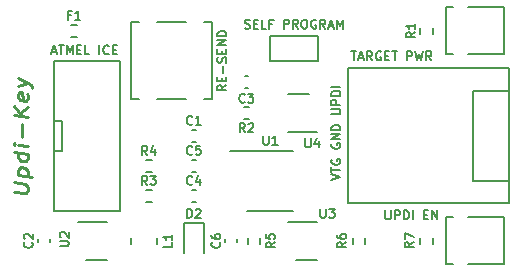
<source format=gbr>
G04 #@! TF.GenerationSoftware,KiCad,Pcbnew,(5.1.10)-1*
G04 #@! TF.CreationDate,2021-12-17T12:19:08+00:00*
G04 #@! TF.ProjectId,Updifier,55706469-6669-4657-922e-6b696361645f,rev?*
G04 #@! TF.SameCoordinates,Original*
G04 #@! TF.FileFunction,Legend,Top*
G04 #@! TF.FilePolarity,Positive*
%FSLAX46Y46*%
G04 Gerber Fmt 4.6, Leading zero omitted, Abs format (unit mm)*
G04 Created by KiCad (PCBNEW (5.1.10)-1) date 2021-12-17 12:19:08*
%MOMM*%
%LPD*%
G01*
G04 APERTURE LIST*
%ADD10C,0.152400*%
%ADD11C,0.228600*%
%ADD12C,0.180000*%
G04 APERTURE END LIST*
D10*
X166877142Y-50568428D02*
X166986000Y-50604714D01*
X167167428Y-50604714D01*
X167240000Y-50568428D01*
X167276285Y-50532142D01*
X167312571Y-50459571D01*
X167312571Y-50387000D01*
X167276285Y-50314428D01*
X167240000Y-50278142D01*
X167167428Y-50241857D01*
X167022285Y-50205571D01*
X166949714Y-50169285D01*
X166913428Y-50133000D01*
X166877142Y-50060428D01*
X166877142Y-49987857D01*
X166913428Y-49915285D01*
X166949714Y-49879000D01*
X167022285Y-49842714D01*
X167203714Y-49842714D01*
X167312571Y-49879000D01*
X167639142Y-50205571D02*
X167893142Y-50205571D01*
X168002000Y-50604714D02*
X167639142Y-50604714D01*
X167639142Y-49842714D01*
X168002000Y-49842714D01*
X168691428Y-50604714D02*
X168328571Y-50604714D01*
X168328571Y-49842714D01*
X169199428Y-50205571D02*
X168945428Y-50205571D01*
X168945428Y-50604714D02*
X168945428Y-49842714D01*
X169308285Y-49842714D01*
X170179142Y-50604714D02*
X170179142Y-49842714D01*
X170469428Y-49842714D01*
X170542000Y-49879000D01*
X170578285Y-49915285D01*
X170614571Y-49987857D01*
X170614571Y-50096714D01*
X170578285Y-50169285D01*
X170542000Y-50205571D01*
X170469428Y-50241857D01*
X170179142Y-50241857D01*
X171376571Y-50604714D02*
X171122571Y-50241857D01*
X170941142Y-50604714D02*
X170941142Y-49842714D01*
X171231428Y-49842714D01*
X171304000Y-49879000D01*
X171340285Y-49915285D01*
X171376571Y-49987857D01*
X171376571Y-50096714D01*
X171340285Y-50169285D01*
X171304000Y-50205571D01*
X171231428Y-50241857D01*
X170941142Y-50241857D01*
X171848285Y-49842714D02*
X171993428Y-49842714D01*
X172066000Y-49879000D01*
X172138571Y-49951571D01*
X172174857Y-50096714D01*
X172174857Y-50350714D01*
X172138571Y-50495857D01*
X172066000Y-50568428D01*
X171993428Y-50604714D01*
X171848285Y-50604714D01*
X171775714Y-50568428D01*
X171703142Y-50495857D01*
X171666857Y-50350714D01*
X171666857Y-50096714D01*
X171703142Y-49951571D01*
X171775714Y-49879000D01*
X171848285Y-49842714D01*
X172900571Y-49879000D02*
X172828000Y-49842714D01*
X172719142Y-49842714D01*
X172610285Y-49879000D01*
X172537714Y-49951571D01*
X172501428Y-50024142D01*
X172465142Y-50169285D01*
X172465142Y-50278142D01*
X172501428Y-50423285D01*
X172537714Y-50495857D01*
X172610285Y-50568428D01*
X172719142Y-50604714D01*
X172791714Y-50604714D01*
X172900571Y-50568428D01*
X172936857Y-50532142D01*
X172936857Y-50278142D01*
X172791714Y-50278142D01*
X173698857Y-50604714D02*
X173444857Y-50241857D01*
X173263428Y-50604714D02*
X173263428Y-49842714D01*
X173553714Y-49842714D01*
X173626285Y-49879000D01*
X173662571Y-49915285D01*
X173698857Y-49987857D01*
X173698857Y-50096714D01*
X173662571Y-50169285D01*
X173626285Y-50205571D01*
X173553714Y-50241857D01*
X173263428Y-50241857D01*
X173989142Y-50387000D02*
X174352000Y-50387000D01*
X173916571Y-50604714D02*
X174170571Y-49842714D01*
X174424571Y-50604714D01*
X174678571Y-50604714D02*
X174678571Y-49842714D01*
X174932571Y-50387000D01*
X175186571Y-49842714D01*
X175186571Y-50604714D01*
X174207714Y-63445571D02*
X174969714Y-63191571D01*
X174207714Y-62937571D01*
X174207714Y-62792428D02*
X174207714Y-62357000D01*
X174969714Y-62574714D02*
X174207714Y-62574714D01*
X174244000Y-61703857D02*
X174207714Y-61776428D01*
X174207714Y-61885285D01*
X174244000Y-61994142D01*
X174316571Y-62066714D01*
X174389142Y-62103000D01*
X174534285Y-62139285D01*
X174643142Y-62139285D01*
X174788285Y-62103000D01*
X174860857Y-62066714D01*
X174933428Y-61994142D01*
X174969714Y-61885285D01*
X174969714Y-61812714D01*
X174933428Y-61703857D01*
X174897142Y-61667571D01*
X174643142Y-61667571D01*
X174643142Y-61812714D01*
X174244000Y-60361285D02*
X174207714Y-60433857D01*
X174207714Y-60542714D01*
X174244000Y-60651571D01*
X174316571Y-60724142D01*
X174389142Y-60760428D01*
X174534285Y-60796714D01*
X174643142Y-60796714D01*
X174788285Y-60760428D01*
X174860857Y-60724142D01*
X174933428Y-60651571D01*
X174969714Y-60542714D01*
X174969714Y-60470142D01*
X174933428Y-60361285D01*
X174897142Y-60325000D01*
X174643142Y-60325000D01*
X174643142Y-60470142D01*
X174969714Y-59998428D02*
X174207714Y-59998428D01*
X174969714Y-59563000D01*
X174207714Y-59563000D01*
X174969714Y-59200142D02*
X174207714Y-59200142D01*
X174207714Y-59018714D01*
X174244000Y-58909857D01*
X174316571Y-58837285D01*
X174389142Y-58801000D01*
X174534285Y-58764714D01*
X174643142Y-58764714D01*
X174788285Y-58801000D01*
X174860857Y-58837285D01*
X174933428Y-58909857D01*
X174969714Y-59018714D01*
X174969714Y-59200142D01*
X174207714Y-57857571D02*
X174824571Y-57857571D01*
X174897142Y-57821285D01*
X174933428Y-57785000D01*
X174969714Y-57712428D01*
X174969714Y-57567285D01*
X174933428Y-57494714D01*
X174897142Y-57458428D01*
X174824571Y-57422142D01*
X174207714Y-57422142D01*
X174969714Y-57059285D02*
X174207714Y-57059285D01*
X174207714Y-56769000D01*
X174244000Y-56696428D01*
X174280285Y-56660142D01*
X174352857Y-56623857D01*
X174461714Y-56623857D01*
X174534285Y-56660142D01*
X174570571Y-56696428D01*
X174606857Y-56769000D01*
X174606857Y-57059285D01*
X174969714Y-56297285D02*
X174207714Y-56297285D01*
X174207714Y-56115857D01*
X174244000Y-56007000D01*
X174316571Y-55934428D01*
X174389142Y-55898142D01*
X174534285Y-55861857D01*
X174643142Y-55861857D01*
X174788285Y-55898142D01*
X174860857Y-55934428D01*
X174933428Y-56007000D01*
X174969714Y-56115857D01*
X174969714Y-56297285D01*
X174969714Y-55535285D02*
X174207714Y-55535285D01*
D11*
X147315161Y-64440306D02*
X148261009Y-64558537D01*
X148372285Y-64504713D01*
X148427923Y-64443935D01*
X148483561Y-64315423D01*
X148483561Y-64044489D01*
X148427923Y-63902068D01*
X148372285Y-63827380D01*
X148261009Y-63745737D01*
X147315161Y-63627506D01*
X147704628Y-62998856D02*
X148873028Y-63144906D01*
X147760266Y-63005811D02*
X147704628Y-62863389D01*
X147704628Y-62592456D01*
X147760266Y-62463944D01*
X147815904Y-62403166D01*
X147927180Y-62349342D01*
X148261009Y-62391070D01*
X148372285Y-62472713D01*
X148427923Y-62547401D01*
X148483561Y-62689823D01*
X148483561Y-62960756D01*
X148427923Y-63089268D01*
X148483561Y-61199689D02*
X147315161Y-61053639D01*
X148427923Y-61192735D02*
X148483561Y-61335156D01*
X148483561Y-61606089D01*
X148427923Y-61734601D01*
X148372285Y-61795380D01*
X148261009Y-61849204D01*
X147927180Y-61807475D01*
X147815904Y-61725832D01*
X147760266Y-61651144D01*
X147704628Y-61508723D01*
X147704628Y-61237789D01*
X147760266Y-61109277D01*
X148483561Y-60522356D02*
X147704628Y-60424989D01*
X147315161Y-60376306D02*
X147370800Y-60450994D01*
X147426438Y-60390216D01*
X147370800Y-60315527D01*
X147315161Y-60376306D01*
X147426438Y-60390216D01*
X148038457Y-59789385D02*
X148038457Y-58705651D01*
X148483561Y-58083956D02*
X147315161Y-57937906D01*
X148483561Y-57271156D02*
X147815904Y-57797299D01*
X147315161Y-57125106D02*
X147982819Y-58021363D01*
X148427923Y-56112735D02*
X148483561Y-56255156D01*
X148483561Y-56526089D01*
X148427923Y-56654601D01*
X148316647Y-56708425D01*
X147871542Y-56652787D01*
X147760266Y-56571144D01*
X147704628Y-56428723D01*
X147704628Y-56157789D01*
X147760266Y-56029277D01*
X147871542Y-55975454D01*
X147982819Y-55989363D01*
X148094095Y-56680606D01*
X147704628Y-55480456D02*
X148483561Y-55239156D01*
X147704628Y-54803123D02*
X148483561Y-55239156D01*
X148761752Y-55409396D01*
X148817390Y-55484085D01*
X148873028Y-55626506D01*
D12*
X189230000Y-65405000D02*
X189230000Y-53975000D01*
X175640000Y-53975000D02*
X175640000Y-65405000D01*
X186230000Y-63500000D02*
X189230000Y-63500000D01*
X186230000Y-55880000D02*
X186230000Y-63500000D01*
X189230000Y-55880000D02*
X186230000Y-55880000D01*
X189230000Y-53975000D02*
X175640000Y-53975000D01*
X189230000Y-65405000D02*
X175640000Y-65405000D01*
X168990000Y-53320000D02*
X168990000Y-51200000D01*
X168990000Y-51200000D02*
X173110000Y-51200000D01*
X168990000Y-53320000D02*
X173110000Y-53320000D01*
X173110000Y-53320000D02*
X173110000Y-51200000D01*
X150749000Y-66040000D02*
X150749000Y-53340000D01*
X156339000Y-66040000D02*
X156339000Y-53340000D01*
X156339000Y-66040000D02*
X150749000Y-66040000D01*
X150749000Y-53340000D02*
X156339000Y-53340000D01*
X150749000Y-60960000D02*
X151384000Y-60960000D01*
X151384000Y-60960000D02*
X151384000Y-58420000D01*
X151384000Y-58420000D02*
X150749000Y-58420000D01*
X169037000Y-66060000D02*
X170987000Y-66060000D01*
X169037000Y-66060000D02*
X167087000Y-66060000D01*
X169037000Y-60940000D02*
X170987000Y-60940000D01*
X169037000Y-60940000D02*
X165587000Y-60940000D01*
X163405000Y-50090000D02*
X164055000Y-50090000D01*
X164055000Y-50090000D02*
X164055000Y-56590000D01*
X164055000Y-56590000D02*
X163405000Y-56590000D01*
X157905000Y-50090000D02*
X157255000Y-50090000D01*
X157255000Y-50090000D02*
X157255000Y-56590000D01*
X157255000Y-56590000D02*
X157905000Y-56590000D01*
X159405000Y-50090000D02*
X161905000Y-50090000D01*
X159405000Y-56590000D02*
X161905000Y-56590000D01*
X172350000Y-56175000D02*
X170550000Y-56175000D01*
X170550000Y-59395000D02*
X173000000Y-59395000D01*
X171185000Y-70190000D02*
X172985000Y-70190000D01*
X172985000Y-66970000D02*
X170535000Y-66970000D01*
X153405000Y-70190000D02*
X155205000Y-70190000D01*
X155205000Y-66970000D02*
X152755000Y-66970000D01*
X181722500Y-68817258D02*
X181722500Y-68342742D01*
X182767500Y-68817258D02*
X182767500Y-68342742D01*
X176007500Y-68817258D02*
X176007500Y-68342742D01*
X177052500Y-68817258D02*
X177052500Y-68342742D01*
X168162500Y-68342742D02*
X168162500Y-68817258D01*
X167117500Y-68342742D02*
X167117500Y-68817258D01*
X182767500Y-50562742D02*
X182767500Y-51037258D01*
X181722500Y-50562742D02*
X181722500Y-51037258D01*
X158512742Y-61707500D02*
X158987258Y-61707500D01*
X158512742Y-62752500D02*
X158987258Y-62752500D01*
X158987258Y-65292500D02*
X158512742Y-65292500D01*
X158987258Y-64247500D02*
X158512742Y-64247500D01*
X166767742Y-57262500D02*
X167242258Y-57262500D01*
X166767742Y-58307500D02*
X167242258Y-58307500D01*
X157259000Y-68841252D02*
X157259000Y-68318748D01*
X159479000Y-68841252D02*
X159479000Y-68318748D01*
X152637258Y-51322500D02*
X152162742Y-51322500D01*
X152637258Y-50277500D02*
X152162742Y-50277500D01*
X188810000Y-70580000D02*
X185760000Y-70580000D01*
X188810000Y-66580000D02*
X188810000Y-70580000D01*
X185760000Y-66580000D02*
X188810000Y-66580000D01*
X183930000Y-70580000D02*
X184540000Y-70580000D01*
X183930000Y-66580000D02*
X183930000Y-70580000D01*
X183930000Y-66580000D02*
X184540000Y-66580000D01*
X188810000Y-52800000D02*
X185760000Y-52800000D01*
X188810000Y-48800000D02*
X188810000Y-52800000D01*
X185760000Y-48800000D02*
X188810000Y-48800000D01*
X183930000Y-52800000D02*
X184540000Y-52800000D01*
X183930000Y-48800000D02*
X183930000Y-52800000D01*
X183930000Y-48800000D02*
X184540000Y-48800000D01*
X163410000Y-67080000D02*
X161710000Y-67080000D01*
X161710000Y-67080000D02*
X161710000Y-69630000D01*
X163410000Y-67080000D02*
X163410000Y-69630000D01*
X166245000Y-68426420D02*
X166245000Y-68707580D01*
X165225000Y-68426420D02*
X165225000Y-68707580D01*
X162419420Y-61720000D02*
X162700580Y-61720000D01*
X162419420Y-62740000D02*
X162700580Y-62740000D01*
X162419420Y-64260000D02*
X162700580Y-64260000D01*
X162419420Y-65280000D02*
X162700580Y-65280000D01*
X167145580Y-55628000D02*
X166864420Y-55628000D01*
X167145580Y-54608000D02*
X166864420Y-54608000D01*
X149350000Y-68720580D02*
X149350000Y-68439420D01*
X150370000Y-68720580D02*
X150370000Y-68439420D01*
X162700580Y-60200000D02*
X162419420Y-60200000D01*
X162700580Y-59180000D02*
X162419420Y-59180000D01*
D10*
X150531285Y-52578000D02*
X150894142Y-52578000D01*
X150458714Y-52795714D02*
X150712714Y-52033714D01*
X150966714Y-52795714D01*
X151111857Y-52033714D02*
X151547285Y-52033714D01*
X151329571Y-52795714D02*
X151329571Y-52033714D01*
X151801285Y-52795714D02*
X151801285Y-52033714D01*
X152055285Y-52578000D01*
X152309285Y-52033714D01*
X152309285Y-52795714D01*
X152672142Y-52396571D02*
X152926142Y-52396571D01*
X153035000Y-52795714D02*
X152672142Y-52795714D01*
X152672142Y-52033714D01*
X153035000Y-52033714D01*
X153724428Y-52795714D02*
X153361571Y-52795714D01*
X153361571Y-52033714D01*
X154559000Y-52795714D02*
X154559000Y-52033714D01*
X155357285Y-52723142D02*
X155321000Y-52759428D01*
X155212142Y-52795714D01*
X155139571Y-52795714D01*
X155030714Y-52759428D01*
X154958142Y-52686857D01*
X154921857Y-52614285D01*
X154885571Y-52469142D01*
X154885571Y-52360285D01*
X154921857Y-52215142D01*
X154958142Y-52142571D01*
X155030714Y-52070000D01*
X155139571Y-52033714D01*
X155212142Y-52033714D01*
X155321000Y-52070000D01*
X155357285Y-52106285D01*
X155683857Y-52396571D02*
X155937857Y-52396571D01*
X156046714Y-52795714D02*
X155683857Y-52795714D01*
X155683857Y-52033714D01*
X156046714Y-52033714D01*
X168456428Y-59682714D02*
X168456428Y-60299571D01*
X168492714Y-60372142D01*
X168529000Y-60408428D01*
X168601571Y-60444714D01*
X168746714Y-60444714D01*
X168819285Y-60408428D01*
X168855571Y-60372142D01*
X168891857Y-60299571D01*
X168891857Y-59682714D01*
X169653857Y-60444714D02*
X169218428Y-60444714D01*
X169436142Y-60444714D02*
X169436142Y-59682714D01*
X169363571Y-59791571D01*
X169291000Y-59864142D01*
X169218428Y-59900428D01*
X165317714Y-55408285D02*
X164954857Y-55662285D01*
X165317714Y-55843714D02*
X164555714Y-55843714D01*
X164555714Y-55553428D01*
X164592000Y-55480857D01*
X164628285Y-55444571D01*
X164700857Y-55408285D01*
X164809714Y-55408285D01*
X164882285Y-55444571D01*
X164918571Y-55480857D01*
X164954857Y-55553428D01*
X164954857Y-55843714D01*
X164918571Y-55081714D02*
X164918571Y-54827714D01*
X165317714Y-54718857D02*
X165317714Y-55081714D01*
X164555714Y-55081714D01*
X164555714Y-54718857D01*
X165027428Y-54392285D02*
X165027428Y-53811714D01*
X165281428Y-53485142D02*
X165317714Y-53376285D01*
X165317714Y-53194857D01*
X165281428Y-53122285D01*
X165245142Y-53086000D01*
X165172571Y-53049714D01*
X165100000Y-53049714D01*
X165027428Y-53086000D01*
X164991142Y-53122285D01*
X164954857Y-53194857D01*
X164918571Y-53340000D01*
X164882285Y-53412571D01*
X164846000Y-53448857D01*
X164773428Y-53485142D01*
X164700857Y-53485142D01*
X164628285Y-53448857D01*
X164592000Y-53412571D01*
X164555714Y-53340000D01*
X164555714Y-53158571D01*
X164592000Y-53049714D01*
X164918571Y-52723142D02*
X164918571Y-52469142D01*
X165317714Y-52360285D02*
X165317714Y-52723142D01*
X164555714Y-52723142D01*
X164555714Y-52360285D01*
X165317714Y-52033714D02*
X164555714Y-52033714D01*
X165317714Y-51598285D01*
X164555714Y-51598285D01*
X165317714Y-51235428D02*
X164555714Y-51235428D01*
X164555714Y-51054000D01*
X164592000Y-50945142D01*
X164664571Y-50872571D01*
X164737142Y-50836285D01*
X164882285Y-50800000D01*
X164991142Y-50800000D01*
X165136285Y-50836285D01*
X165208857Y-50872571D01*
X165281428Y-50945142D01*
X165317714Y-51054000D01*
X165317714Y-51235428D01*
X172012428Y-59907714D02*
X172012428Y-60524571D01*
X172048714Y-60597142D01*
X172085000Y-60633428D01*
X172157571Y-60669714D01*
X172302714Y-60669714D01*
X172375285Y-60633428D01*
X172411571Y-60597142D01*
X172447857Y-60524571D01*
X172447857Y-59907714D01*
X173137285Y-60161714D02*
X173137285Y-60669714D01*
X172955857Y-59871428D02*
X172774428Y-60415714D01*
X173246142Y-60415714D01*
X173282428Y-65876714D02*
X173282428Y-66493571D01*
X173318714Y-66566142D01*
X173355000Y-66602428D01*
X173427571Y-66638714D01*
X173572714Y-66638714D01*
X173645285Y-66602428D01*
X173681571Y-66566142D01*
X173717857Y-66493571D01*
X173717857Y-65876714D01*
X174008142Y-65876714D02*
X174479857Y-65876714D01*
X174225857Y-66167000D01*
X174334714Y-66167000D01*
X174407285Y-66203285D01*
X174443571Y-66239571D01*
X174479857Y-66312142D01*
X174479857Y-66493571D01*
X174443571Y-66566142D01*
X174407285Y-66602428D01*
X174334714Y-66638714D01*
X174117000Y-66638714D01*
X174044428Y-66602428D01*
X174008142Y-66566142D01*
X151220714Y-69033571D02*
X151837571Y-69033571D01*
X151910142Y-68997285D01*
X151946428Y-68961000D01*
X151982714Y-68888428D01*
X151982714Y-68743285D01*
X151946428Y-68670714D01*
X151910142Y-68634428D01*
X151837571Y-68598142D01*
X151220714Y-68598142D01*
X151293285Y-68271571D02*
X151257000Y-68235285D01*
X151220714Y-68162714D01*
X151220714Y-67981285D01*
X151257000Y-67908714D01*
X151293285Y-67872428D01*
X151365857Y-67836142D01*
X151438428Y-67836142D01*
X151547285Y-67872428D01*
X151982714Y-68307857D01*
X151982714Y-67836142D01*
X181159714Y-68707000D02*
X180796857Y-68961000D01*
X181159714Y-69142428D02*
X180397714Y-69142428D01*
X180397714Y-68852142D01*
X180434000Y-68779571D01*
X180470285Y-68743285D01*
X180542857Y-68707000D01*
X180651714Y-68707000D01*
X180724285Y-68743285D01*
X180760571Y-68779571D01*
X180796857Y-68852142D01*
X180796857Y-69142428D01*
X180397714Y-68453000D02*
X180397714Y-67945000D01*
X181159714Y-68271571D01*
X175444714Y-68707000D02*
X175081857Y-68961000D01*
X175444714Y-69142428D02*
X174682714Y-69142428D01*
X174682714Y-68852142D01*
X174719000Y-68779571D01*
X174755285Y-68743285D01*
X174827857Y-68707000D01*
X174936714Y-68707000D01*
X175009285Y-68743285D01*
X175045571Y-68779571D01*
X175081857Y-68852142D01*
X175081857Y-69142428D01*
X174682714Y-68053857D02*
X174682714Y-68199000D01*
X174719000Y-68271571D01*
X174755285Y-68307857D01*
X174864142Y-68380428D01*
X175009285Y-68416714D01*
X175299571Y-68416714D01*
X175372142Y-68380428D01*
X175408428Y-68344142D01*
X175444714Y-68271571D01*
X175444714Y-68126428D01*
X175408428Y-68053857D01*
X175372142Y-68017571D01*
X175299571Y-67981285D01*
X175118142Y-67981285D01*
X175045571Y-68017571D01*
X175009285Y-68053857D01*
X174973000Y-68126428D01*
X174973000Y-68271571D01*
X175009285Y-68344142D01*
X175045571Y-68380428D01*
X175118142Y-68416714D01*
X169414714Y-68707000D02*
X169051857Y-68961000D01*
X169414714Y-69142428D02*
X168652714Y-69142428D01*
X168652714Y-68852142D01*
X168689000Y-68779571D01*
X168725285Y-68743285D01*
X168797857Y-68707000D01*
X168906714Y-68707000D01*
X168979285Y-68743285D01*
X169015571Y-68779571D01*
X169051857Y-68852142D01*
X169051857Y-69142428D01*
X168652714Y-68017571D02*
X168652714Y-68380428D01*
X169015571Y-68416714D01*
X168979285Y-68380428D01*
X168943000Y-68307857D01*
X168943000Y-68126428D01*
X168979285Y-68053857D01*
X169015571Y-68017571D01*
X169088142Y-67981285D01*
X169269571Y-67981285D01*
X169342142Y-68017571D01*
X169378428Y-68053857D01*
X169414714Y-68126428D01*
X169414714Y-68307857D01*
X169378428Y-68380428D01*
X169342142Y-68416714D01*
X181319714Y-50927000D02*
X180956857Y-51181000D01*
X181319714Y-51362428D02*
X180557714Y-51362428D01*
X180557714Y-51072142D01*
X180594000Y-50999571D01*
X180630285Y-50963285D01*
X180702857Y-50927000D01*
X180811714Y-50927000D01*
X180884285Y-50963285D01*
X180920571Y-50999571D01*
X180956857Y-51072142D01*
X180956857Y-51362428D01*
X181319714Y-50201285D02*
X181319714Y-50636714D01*
X181319714Y-50419000D02*
X180557714Y-50419000D01*
X180666571Y-50491571D01*
X180739142Y-50564142D01*
X180775428Y-50636714D01*
X158623000Y-61304714D02*
X158369000Y-60941857D01*
X158187571Y-61304714D02*
X158187571Y-60542714D01*
X158477857Y-60542714D01*
X158550428Y-60579000D01*
X158586714Y-60615285D01*
X158623000Y-60687857D01*
X158623000Y-60796714D01*
X158586714Y-60869285D01*
X158550428Y-60905571D01*
X158477857Y-60941857D01*
X158187571Y-60941857D01*
X159276142Y-60796714D02*
X159276142Y-61304714D01*
X159094714Y-60506428D02*
X158913285Y-61050714D01*
X159385000Y-61050714D01*
X158623000Y-63844714D02*
X158369000Y-63481857D01*
X158187571Y-63844714D02*
X158187571Y-63082714D01*
X158477857Y-63082714D01*
X158550428Y-63119000D01*
X158586714Y-63155285D01*
X158623000Y-63227857D01*
X158623000Y-63336714D01*
X158586714Y-63409285D01*
X158550428Y-63445571D01*
X158477857Y-63481857D01*
X158187571Y-63481857D01*
X158877000Y-63082714D02*
X159348714Y-63082714D01*
X159094714Y-63373000D01*
X159203571Y-63373000D01*
X159276142Y-63409285D01*
X159312428Y-63445571D01*
X159348714Y-63518142D01*
X159348714Y-63699571D01*
X159312428Y-63772142D01*
X159276142Y-63808428D01*
X159203571Y-63844714D01*
X158985857Y-63844714D01*
X158913285Y-63808428D01*
X158877000Y-63772142D01*
X166878000Y-59399714D02*
X166624000Y-59036857D01*
X166442571Y-59399714D02*
X166442571Y-58637714D01*
X166732857Y-58637714D01*
X166805428Y-58674000D01*
X166841714Y-58710285D01*
X166878000Y-58782857D01*
X166878000Y-58891714D01*
X166841714Y-58964285D01*
X166805428Y-59000571D01*
X166732857Y-59036857D01*
X166442571Y-59036857D01*
X167168285Y-58710285D02*
X167204571Y-58674000D01*
X167277142Y-58637714D01*
X167458571Y-58637714D01*
X167531142Y-58674000D01*
X167567428Y-58710285D01*
X167603714Y-58782857D01*
X167603714Y-58855428D01*
X167567428Y-58964285D01*
X167132000Y-59399714D01*
X167603714Y-59399714D01*
X160745714Y-68707000D02*
X160745714Y-69069857D01*
X159983714Y-69069857D01*
X160745714Y-68053857D02*
X160745714Y-68489285D01*
X160745714Y-68271571D02*
X159983714Y-68271571D01*
X160092571Y-68344142D01*
X160165142Y-68416714D01*
X160201428Y-68489285D01*
X152146000Y-49475571D02*
X151892000Y-49475571D01*
X151892000Y-49874714D02*
X151892000Y-49112714D01*
X152254857Y-49112714D01*
X152944285Y-49874714D02*
X152508857Y-49874714D01*
X152726571Y-49874714D02*
X152726571Y-49112714D01*
X152654000Y-49221571D01*
X152581428Y-49294142D01*
X152508857Y-49330428D01*
X178779714Y-66003714D02*
X178779714Y-66620571D01*
X178816000Y-66693142D01*
X178852285Y-66729428D01*
X178924857Y-66765714D01*
X179070000Y-66765714D01*
X179142571Y-66729428D01*
X179178857Y-66693142D01*
X179215142Y-66620571D01*
X179215142Y-66003714D01*
X179578000Y-66765714D02*
X179578000Y-66003714D01*
X179868285Y-66003714D01*
X179940857Y-66040000D01*
X179977142Y-66076285D01*
X180013428Y-66148857D01*
X180013428Y-66257714D01*
X179977142Y-66330285D01*
X179940857Y-66366571D01*
X179868285Y-66402857D01*
X179578000Y-66402857D01*
X180340000Y-66765714D02*
X180340000Y-66003714D01*
X180521428Y-66003714D01*
X180630285Y-66040000D01*
X180702857Y-66112571D01*
X180739142Y-66185142D01*
X180775428Y-66330285D01*
X180775428Y-66439142D01*
X180739142Y-66584285D01*
X180702857Y-66656857D01*
X180630285Y-66729428D01*
X180521428Y-66765714D01*
X180340000Y-66765714D01*
X181102000Y-66765714D02*
X181102000Y-66003714D01*
X182045428Y-66366571D02*
X182299428Y-66366571D01*
X182408285Y-66765714D02*
X182045428Y-66765714D01*
X182045428Y-66003714D01*
X182408285Y-66003714D01*
X182734857Y-66765714D02*
X182734857Y-66003714D01*
X183170285Y-66765714D01*
X183170285Y-66003714D01*
X175895000Y-52541714D02*
X176330428Y-52541714D01*
X176112714Y-53303714D02*
X176112714Y-52541714D01*
X176548142Y-53086000D02*
X176911000Y-53086000D01*
X176475571Y-53303714D02*
X176729571Y-52541714D01*
X176983571Y-53303714D01*
X177673000Y-53303714D02*
X177419000Y-52940857D01*
X177237571Y-53303714D02*
X177237571Y-52541714D01*
X177527857Y-52541714D01*
X177600428Y-52578000D01*
X177636714Y-52614285D01*
X177673000Y-52686857D01*
X177673000Y-52795714D01*
X177636714Y-52868285D01*
X177600428Y-52904571D01*
X177527857Y-52940857D01*
X177237571Y-52940857D01*
X178398714Y-52578000D02*
X178326142Y-52541714D01*
X178217285Y-52541714D01*
X178108428Y-52578000D01*
X178035857Y-52650571D01*
X177999571Y-52723142D01*
X177963285Y-52868285D01*
X177963285Y-52977142D01*
X177999571Y-53122285D01*
X178035857Y-53194857D01*
X178108428Y-53267428D01*
X178217285Y-53303714D01*
X178289857Y-53303714D01*
X178398714Y-53267428D01*
X178435000Y-53231142D01*
X178435000Y-52977142D01*
X178289857Y-52977142D01*
X178761571Y-52904571D02*
X179015571Y-52904571D01*
X179124428Y-53303714D02*
X178761571Y-53303714D01*
X178761571Y-52541714D01*
X179124428Y-52541714D01*
X179342142Y-52541714D02*
X179777571Y-52541714D01*
X179559857Y-53303714D02*
X179559857Y-52541714D01*
X180612142Y-53303714D02*
X180612142Y-52541714D01*
X180902428Y-52541714D01*
X180975000Y-52578000D01*
X181011285Y-52614285D01*
X181047571Y-52686857D01*
X181047571Y-52795714D01*
X181011285Y-52868285D01*
X180975000Y-52904571D01*
X180902428Y-52940857D01*
X180612142Y-52940857D01*
X181301571Y-52541714D02*
X181483000Y-53303714D01*
X181628142Y-52759428D01*
X181773285Y-53303714D01*
X181954714Y-52541714D01*
X182680428Y-53303714D02*
X182426428Y-52940857D01*
X182245000Y-53303714D02*
X182245000Y-52541714D01*
X182535285Y-52541714D01*
X182607857Y-52578000D01*
X182644142Y-52614285D01*
X182680428Y-52686857D01*
X182680428Y-52795714D01*
X182644142Y-52868285D01*
X182607857Y-52904571D01*
X182535285Y-52940857D01*
X182245000Y-52940857D01*
X161997571Y-66638714D02*
X161997571Y-65876714D01*
X162179000Y-65876714D01*
X162287857Y-65913000D01*
X162360428Y-65985571D01*
X162396714Y-66058142D01*
X162433000Y-66203285D01*
X162433000Y-66312142D01*
X162396714Y-66457285D01*
X162360428Y-66529857D01*
X162287857Y-66602428D01*
X162179000Y-66638714D01*
X161997571Y-66638714D01*
X162723285Y-65949285D02*
X162759571Y-65913000D01*
X162832142Y-65876714D01*
X163013571Y-65876714D01*
X163086142Y-65913000D01*
X163122428Y-65949285D01*
X163158714Y-66021857D01*
X163158714Y-66094428D01*
X163122428Y-66203285D01*
X162687000Y-66638714D01*
X163158714Y-66638714D01*
X164737142Y-68707000D02*
X164773428Y-68743285D01*
X164809714Y-68852142D01*
X164809714Y-68924714D01*
X164773428Y-69033571D01*
X164700857Y-69106142D01*
X164628285Y-69142428D01*
X164483142Y-69178714D01*
X164374285Y-69178714D01*
X164229142Y-69142428D01*
X164156571Y-69106142D01*
X164084000Y-69033571D01*
X164047714Y-68924714D01*
X164047714Y-68852142D01*
X164084000Y-68743285D01*
X164120285Y-68707000D01*
X164047714Y-68053857D02*
X164047714Y-68199000D01*
X164084000Y-68271571D01*
X164120285Y-68307857D01*
X164229142Y-68380428D01*
X164374285Y-68416714D01*
X164664571Y-68416714D01*
X164737142Y-68380428D01*
X164773428Y-68344142D01*
X164809714Y-68271571D01*
X164809714Y-68126428D01*
X164773428Y-68053857D01*
X164737142Y-68017571D01*
X164664571Y-67981285D01*
X164483142Y-67981285D01*
X164410571Y-68017571D01*
X164374285Y-68053857D01*
X164338000Y-68126428D01*
X164338000Y-68271571D01*
X164374285Y-68344142D01*
X164410571Y-68380428D01*
X164483142Y-68416714D01*
X162433000Y-61232142D02*
X162396714Y-61268428D01*
X162287857Y-61304714D01*
X162215285Y-61304714D01*
X162106428Y-61268428D01*
X162033857Y-61195857D01*
X161997571Y-61123285D01*
X161961285Y-60978142D01*
X161961285Y-60869285D01*
X161997571Y-60724142D01*
X162033857Y-60651571D01*
X162106428Y-60579000D01*
X162215285Y-60542714D01*
X162287857Y-60542714D01*
X162396714Y-60579000D01*
X162433000Y-60615285D01*
X163122428Y-60542714D02*
X162759571Y-60542714D01*
X162723285Y-60905571D01*
X162759571Y-60869285D01*
X162832142Y-60833000D01*
X163013571Y-60833000D01*
X163086142Y-60869285D01*
X163122428Y-60905571D01*
X163158714Y-60978142D01*
X163158714Y-61159571D01*
X163122428Y-61232142D01*
X163086142Y-61268428D01*
X163013571Y-61304714D01*
X162832142Y-61304714D01*
X162759571Y-61268428D01*
X162723285Y-61232142D01*
X162433000Y-63772142D02*
X162396714Y-63808428D01*
X162287857Y-63844714D01*
X162215285Y-63844714D01*
X162106428Y-63808428D01*
X162033857Y-63735857D01*
X161997571Y-63663285D01*
X161961285Y-63518142D01*
X161961285Y-63409285D01*
X161997571Y-63264142D01*
X162033857Y-63191571D01*
X162106428Y-63119000D01*
X162215285Y-63082714D01*
X162287857Y-63082714D01*
X162396714Y-63119000D01*
X162433000Y-63155285D01*
X163086142Y-63336714D02*
X163086142Y-63844714D01*
X162904714Y-63046428D02*
X162723285Y-63590714D01*
X163195000Y-63590714D01*
X166878000Y-56820142D02*
X166841714Y-56856428D01*
X166732857Y-56892714D01*
X166660285Y-56892714D01*
X166551428Y-56856428D01*
X166478857Y-56783857D01*
X166442571Y-56711285D01*
X166406285Y-56566142D01*
X166406285Y-56457285D01*
X166442571Y-56312142D01*
X166478857Y-56239571D01*
X166551428Y-56167000D01*
X166660285Y-56130714D01*
X166732857Y-56130714D01*
X166841714Y-56167000D01*
X166878000Y-56203285D01*
X167132000Y-56130714D02*
X167603714Y-56130714D01*
X167349714Y-56421000D01*
X167458571Y-56421000D01*
X167531142Y-56457285D01*
X167567428Y-56493571D01*
X167603714Y-56566142D01*
X167603714Y-56747571D01*
X167567428Y-56820142D01*
X167531142Y-56856428D01*
X167458571Y-56892714D01*
X167240857Y-56892714D01*
X167168285Y-56856428D01*
X167132000Y-56820142D01*
X148862142Y-68707000D02*
X148898428Y-68743285D01*
X148934714Y-68852142D01*
X148934714Y-68924714D01*
X148898428Y-69033571D01*
X148825857Y-69106142D01*
X148753285Y-69142428D01*
X148608142Y-69178714D01*
X148499285Y-69178714D01*
X148354142Y-69142428D01*
X148281571Y-69106142D01*
X148209000Y-69033571D01*
X148172714Y-68924714D01*
X148172714Y-68852142D01*
X148209000Y-68743285D01*
X148245285Y-68707000D01*
X148245285Y-68416714D02*
X148209000Y-68380428D01*
X148172714Y-68307857D01*
X148172714Y-68126428D01*
X148209000Y-68053857D01*
X148245285Y-68017571D01*
X148317857Y-67981285D01*
X148390428Y-67981285D01*
X148499285Y-68017571D01*
X148934714Y-68453000D01*
X148934714Y-67981285D01*
X162433000Y-58692142D02*
X162396714Y-58728428D01*
X162287857Y-58764714D01*
X162215285Y-58764714D01*
X162106428Y-58728428D01*
X162033857Y-58655857D01*
X161997571Y-58583285D01*
X161961285Y-58438142D01*
X161961285Y-58329285D01*
X161997571Y-58184142D01*
X162033857Y-58111571D01*
X162106428Y-58039000D01*
X162215285Y-58002714D01*
X162287857Y-58002714D01*
X162396714Y-58039000D01*
X162433000Y-58075285D01*
X163158714Y-58764714D02*
X162723285Y-58764714D01*
X162941000Y-58764714D02*
X162941000Y-58002714D01*
X162868428Y-58111571D01*
X162795857Y-58184142D01*
X162723285Y-58220428D01*
M02*

</source>
